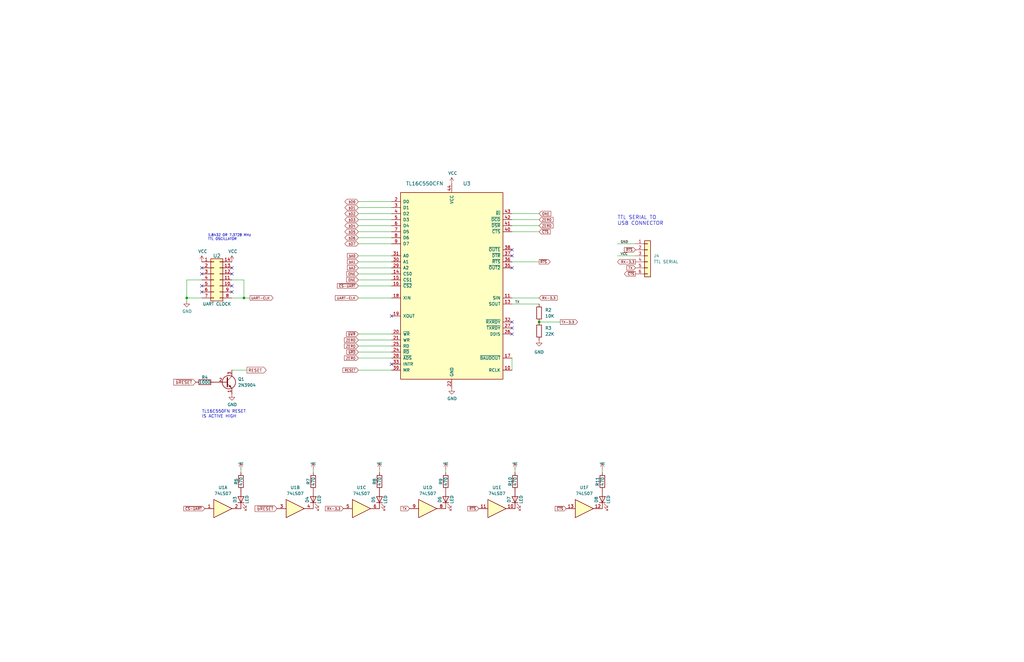
<source format=kicad_sch>
(kicad_sch (version 20211123) (generator eeschema)
  (paper "B")
  (lib_symbols
    (symbol "74xx:74LS07" (pin_names (offset 1.016))
      (property "Reference" "U" (at 0 1.27 0))
      (property "Value" "74LS07" (at 0 -1.27 0))
      (symbol "74LS07_1_0"
        (polyline (pts (xy -3.81 3.81) (xy -3.81 -3.81) (xy 3.81 0) (xy -3.81 3.81)) (stroke (width 0.254)) (fill (type background)))
        (pin input line (at -7.62 0 0) (length 3.81) (name "~") (number "1"))
        (pin open_collector line (at 7.62 0 180) (length 3.81) (name "~") (number "2"))
      )
      (symbol "74LS07_2_0"
        (polyline (pts (xy -3.81 3.81) (xy -3.81 -3.81) (xy 3.81 0) (xy -3.81 3.81)) (stroke (width 0.254)) (fill (type background)))
        (pin input line (at -7.62 0 0) (length 3.81) (name "~") (number "3"))
        (pin open_collector line (at 7.62 0 180) (length 3.81) (name "~") (number "4"))
      )
      (symbol "74LS07_3_0"
        (polyline (pts (xy -3.81 3.81) (xy -3.81 -3.81) (xy 3.81 0) (xy -3.81 3.81)) (stroke (width 0.254)) (fill (type background)))
        (pin input line (at -7.62 0 0) (length 3.81) (name "~") (number "5"))
        (pin open_collector line (at 7.62 0 180) (length 3.81) (name "~") (number "6"))
      )
      (symbol "74LS07_4_0"
        (polyline (pts (xy -3.81 3.81) (xy -3.81 -3.81) (xy 3.81 0) (xy -3.81 3.81)) (stroke (width 0.254)) (fill (type background)))
        (pin open_collector line (at 7.62 0 180) (length 3.81) (name "~") (number "8"))
        (pin input line (at -7.62 0 0) (length 3.81) (name "~") (number "9"))
      )
      (symbol "74LS07_5_0"
        (polyline (pts (xy -3.81 3.81) (xy -3.81 -3.81) (xy 3.81 0) (xy -3.81 3.81)) (stroke (width 0.254)) (fill (type background)))
        (pin open_collector line (at 7.62 0 180) (length 3.81) (name "~") (number "10"))
        (pin input line (at -7.62 0 0) (length 3.81) (name "~") (number "11"))
      )
      (symbol "74LS07_6_0"
        (polyline (pts (xy -3.81 3.81) (xy -3.81 -3.81) (xy 3.81 0) (xy -3.81 3.81)) (stroke (width 0.254)) (fill (type background)))
        (pin open_collector line (at 7.62 0 180) (length 3.81) (name "~") (number "12"))
        (pin input line (at -7.62 0 0) (length 3.81) (name "~") (number "13"))
      )
      (symbol "74LS07_7_0"
        (pin power_in line (at 0 12.7 270) (length 5.08) (name "VCC") (number "14"))
        (pin power_in line (at 0 -12.7 90) (length 5.08) (name "GND") (number "7"))
      )
      (symbol "74LS07_7_1"
        (rectangle (start -5.08 7.62) (end 5.08 -7.62) (stroke (width 0.254)) (fill (type background)))
      )
    )
    (symbol "Connector_Generic:Conn_01x06" (pin_names (offset 1.016) hide)
      (property "Reference" "J" (at 0 7.62 0))
      (property "Value" "Conn_01x06" (at 0 -10.16 0))
      (symbol "Conn_01x06_1_1"
        (rectangle (start -1.27 -7.493) (end 0 -7.747) (stroke (width 0.1524)))
        (rectangle (start -1.27 -4.953) (end 0 -5.207) (stroke (width 0.1524)))
        (rectangle (start -1.27 -2.413) (end 0 -2.667) (stroke (width 0.1524)))
        (rectangle (start -1.27 0.127) (end 0 -0.127) (stroke (width 0.1524)))
        (rectangle (start -1.27 2.667) (end 0 2.413) (stroke (width 0.1524)))
        (rectangle (start -1.27 5.207) (end 0 4.953) (stroke (width 0.1524)))
        (rectangle (start -1.27 6.35) (end 1.27 -8.89) (stroke (width 0.254)) (fill (type background)))
        (pin passive line (at -5.08 5.08 0) (length 3.81) (name "Pin_1") (number "1"))
        (pin passive line (at -5.08 2.54 0) (length 3.81) (name "Pin_2") (number "2"))
        (pin passive line (at -5.08 0 0) (length 3.81) (name "Pin_3") (number "3"))
        (pin passive line (at -5.08 -2.54 0) (length 3.81) (name "Pin_4") (number "4"))
        (pin passive line (at -5.08 -5.08 0) (length 3.81) (name "Pin_5") (number "5"))
        (pin passive line (at -5.08 -7.62 0) (length 3.81) (name "Pin_6") (number "6"))
      )
    )
    (symbol "Connector_Generic:Conn_02x07_Counter_Clockwise" (pin_names (offset 1.016) hide)
      (property "Reference" "J" (at 1.27 10.16 0))
      (property "Value" "Conn_02x07_Counter_Clockwise" (at 1.27 -10.16 0))
      (symbol "Conn_02x07_Counter_Clockwise_1_1"
        (rectangle (start -1.27 -7.493) (end 0 -7.747) (stroke (width 0.1524)))
        (rectangle (start -1.27 -4.953) (end 0 -5.207) (stroke (width 0.1524)))
        (rectangle (start -1.27 -2.413) (end 0 -2.667) (stroke (width 0.1524)))
        (rectangle (start -1.27 0.127) (end 0 -0.127) (stroke (width 0.1524)))
        (rectangle (start -1.27 2.667) (end 0 2.413) (stroke (width 0.1524)))
        (rectangle (start -1.27 5.207) (end 0 4.953) (stroke (width 0.1524)))
        (rectangle (start -1.27 7.747) (end 0 7.493) (stroke (width 0.1524)))
        (rectangle (start -1.27 8.89) (end 3.81 -8.89) (stroke (width 0.254)) (fill (type background)))
        (rectangle (start 3.81 -7.493) (end 2.54 -7.747) (stroke (width 0.1524)))
        (rectangle (start 3.81 -4.953) (end 2.54 -5.207) (stroke (width 0.1524)))
        (rectangle (start 3.81 -2.413) (end 2.54 -2.667) (stroke (width 0.1524)))
        (rectangle (start 3.81 0.127) (end 2.54 -0.127) (stroke (width 0.1524)))
        (rectangle (start 3.81 2.667) (end 2.54 2.413) (stroke (width 0.1524)))
        (rectangle (start 3.81 5.207) (end 2.54 4.953) (stroke (width 0.1524)))
        (rectangle (start 3.81 7.747) (end 2.54 7.493) (stroke (width 0.1524)))
        (pin passive line (at -5.08 7.62 0) (length 3.81) (name "Pin_1") (number "1"))
        (pin passive line (at 7.62 -2.54 180) (length 3.81) (name "Pin_10") (number "10"))
        (pin passive line (at 7.62 0 180) (length 3.81) (name "Pin_11") (number "11"))
        (pin passive line (at 7.62 2.54 180) (length 3.81) (name "Pin_12") (number "12"))
        (pin passive line (at 7.62 5.08 180) (length 3.81) (name "Pin_13") (number "13"))
        (pin passive line (at 7.62 7.62 180) (length 3.81) (name "Pin_14") (number "14"))
        (pin passive line (at -5.08 5.08 0) (length 3.81) (name "Pin_2") (number "2"))
        (pin passive line (at -5.08 2.54 0) (length 3.81) (name "Pin_3") (number "3"))
        (pin passive line (at -5.08 0 0) (length 3.81) (name "Pin_4") (number "4"))
        (pin passive line (at -5.08 -2.54 0) (length 3.81) (name "Pin_5") (number "5"))
        (pin passive line (at -5.08 -5.08 0) (length 3.81) (name "Pin_6") (number "6"))
        (pin passive line (at -5.08 -7.62 0) (length 3.81) (name "Pin_7") (number "7"))
        (pin passive line (at 7.62 -7.62 180) (length 3.81) (name "Pin_8") (number "8"))
        (pin passive line (at 7.62 -5.08 180) (length 3.81) (name "Pin_9") (number "9"))
      )
    )
    (symbol "Device:LED" (pin_numbers hide) (pin_names (offset 1.016) hide)
      (property "Reference" "D" (at 0 2.54 0))
      (property "Value" "LED" (at 0 -2.54 0))
      (symbol "LED_0_1"
        (polyline (pts (xy -1.27 -1.27) (xy -1.27 1.27)) (stroke (width 0.254)))
        (polyline (pts (xy -1.27 0) (xy 1.27 0)))
        (polyline (pts (xy 1.27 -1.27) (xy 1.27 1.27) (xy -1.27 0) (xy 1.27 -1.27)) (stroke (width 0.254)))
        (polyline (pts (xy -3.048 -0.762) (xy -4.572 -2.286) (xy -3.81 -2.286) (xy -4.572 -2.286) (xy -4.572 -1.524)))
        (polyline (pts (xy -1.778 -0.762) (xy -3.302 -2.286) (xy -2.54 -2.286) (xy -3.302 -2.286) (xy -3.302 -1.524)))
      )
      (symbol "LED_1_1"
        (pin passive line (at -3.81 0 0) (length 2.54) (name "K") (number "1"))
        (pin passive line (at 3.81 0 180) (length 2.54) (name "A") (number "2"))
      )
    )
    (symbol "Device:R" (pin_numbers hide) (pin_names (offset 0))
      (property "Reference" "R" (at 2.032 0 90))
      (property "Value" "R" (at 0 0 90))
      (symbol "R_0_1"
        (rectangle (start -1.016 -2.54) (end 1.016 2.54) (stroke (width 0.254)))
      )
      (symbol "R_1_1"
        (pin passive line (at 0 3.81 270) (length 1.27) (name "~") (number "1"))
        (pin passive line (at 0 -3.81 90) (length 1.27) (name "~") (number "2"))
      )
    )
    (symbol "TL16C550CFN:TL16C550CFN-Interface_UART" (pin_names (offset 1.016))
      (property "Reference" "U14" (at 6.35 43.18 0))
      (property "Value" "TL16C550CFN-Interface_UART" (at -11.43 43.18 0))
      (symbol "TL16C550CFN-Interface_UART_1_1"
        (rectangle (start -21.59 -39.37) (end 21.59 39.37) (stroke (width 0.254)) (fill (type background)))
        (pin no_connect line (at -13.97 -44.45 90) (length 5.08) hide (name "nc") (number "1"))
        (pin input line (at 25.4 -35.56 180) (length 3.81) (name "RCLK") (number "10"))
        (pin input line (at 25.4 -5.08 180) (length 3.81) (name "SIN") (number "11"))
        (pin no_connect line (at -11.43 -44.45 90) (length 5.08) hide (name "nc") (number "12"))
        (pin output line (at 25.4 -7.62 180) (length 3.81) (name "SOUT") (number "13"))
        (pin input line (at -25.4 5.08 0) (length 3.81) (name "CS0") (number "14"))
        (pin input line (at -25.4 2.54 0) (length 3.81) (name "CS1") (number "15"))
        (pin input line (at -25.4 0 0) (length 3.81) (name "~{CS2}") (number "16"))
        (pin output line (at 25.4 -30.48 180) (length 3.81) (name "~{BAUDOUT}") (number "17"))
        (pin input line (at -25.4 -5.08 0) (length 3.81) (name "XIN") (number "18"))
        (pin output line (at -25.4 -12.7 0) (length 3.81) (name "XOUT") (number "19"))
        (pin bidirectional line (at -25.4 35.56 0) (length 3.81) (name "D0") (number "2"))
        (pin input line (at -25.4 -20.32 0) (length 3.81) (name "~{WR}") (number "20"))
        (pin input line (at -25.4 -22.86 0) (length 3.81) (name "WR") (number "21"))
        (pin power_in line (at 0 -43.18 90) (length 3.81) (name "GND") (number "22"))
        (pin no_connect line (at -8.89 -44.45 90) (length 5.08) hide (name "nc") (number "23"))
        (pin input line (at -25.4 -27.94 0) (length 3.81) (name "~{RD}") (number "24"))
        (pin input line (at -25.4 -25.4 0) (length 3.81) (name "RD") (number "25"))
        (pin output line (at 25.4 -20.32 180) (length 3.81) (name "DDIS") (number "26"))
        (pin output line (at 25.4 -17.78 180) (length 3.81) (name "~{TXRDY}") (number "27"))
        (pin input line (at -25.4 -30.48 0) (length 3.81) (name "~{ADS}") (number "28"))
        (pin input line (at -25.4 7.62 0) (length 3.81) (name "A2") (number "29"))
        (pin bidirectional line (at -25.4 33.02 0) (length 3.81) (name "D1") (number "3"))
        (pin input line (at -25.4 10.16 0) (length 3.81) (name "A1") (number "30"))
        (pin input line (at -25.4 12.7 0) (length 3.81) (name "A0") (number "31"))
        (pin output line (at 25.4 -15.24 180) (length 3.81) (name "~{RXRDY}") (number "32"))
        (pin output line (at -25.4 -33.02 0) (length 3.81) (name "INTR") (number "33"))
        (pin no_connect line (at -6.35 -44.45 90) (length 5.08) hide (name "nc") (number "34"))
        (pin output line (at 25.4 7.62 180) (length 3.81) (name "~{OUT2}") (number "35"))
        (pin output line (at 25.4 10.16 180) (length 3.81) (name "~{RTS}") (number "36"))
        (pin output line (at 25.4 12.7 180) (length 3.81) (name "~{DTR}") (number "37"))
        (pin output line (at 25.4 15.24 180) (length 3.81) (name "~{OUT1}") (number "38"))
        (pin input line (at -25.4 -35.56 0) (length 3.81) (name "MR") (number "39"))
        (pin bidirectional line (at -25.4 30.48 0) (length 3.81) (name "D2") (number "4"))
        (pin input line (at 25.4 22.86 180) (length 3.81) (name "~{CTS}") (number "40"))
        (pin input line (at 25.4 25.4 180) (length 3.81) (name "~{DSR}") (number "41"))
        (pin input line (at 25.4 27.94 180) (length 3.81) (name "~{DCD}") (number "42"))
        (pin input line (at 25.4 30.48 180) (length 3.81) (name "~{RI}") (number "43"))
        (pin power_in line (at 0 43.18 270) (length 3.81) (name "VCC") (number "44"))
        (pin bidirectional line (at -25.4 27.94 0) (length 3.81) (name "D3") (number "5"))
        (pin bidirectional line (at -25.4 25.4 0) (length 3.81) (name "D4") (number "6"))
        (pin bidirectional line (at -25.4 22.86 0) (length 3.81) (name "D5") (number "7"))
        (pin bidirectional line (at -25.4 20.32 0) (length 3.81) (name "D6") (number "8"))
        (pin bidirectional line (at -25.4 17.78 0) (length 3.81) (name "D7") (number "9"))
      )
    )
    (symbol "Transistor_BJT:2N3904" (pin_names (offset 0) hide)
      (property "Reference" "Q" (at 5.08 1.905 0))
      (property "Value" "2N3904" (at 5.08 0 0))
      (symbol "2N3904_0_1"
        (polyline (pts (xy 0.635 0.635) (xy 2.54 2.54)))
        (polyline (pts (xy 0.635 -0.635) (xy 2.54 -2.54) (xy 2.54 -2.54)))
        (polyline (pts (xy 0.635 1.905) (xy 0.635 -1.905) (xy 0.635 -1.905)) (stroke (width 0.508)))
        (polyline (pts (xy 1.27 -1.778) (xy 1.778 -1.27) (xy 2.286 -2.286) (xy 1.27 -1.778) (xy 1.27 -1.778)) (fill (type outline)))
        (circle (center 1.27 0) (radius 2.8194) (stroke (width 0.254)))
      )
      (symbol "2N3904_1_1"
        (pin passive line (at 2.54 -5.08 90) (length 2.54) (name "E") (number "1"))
        (pin passive line (at -5.08 0 0) (length 5.715) (name "B") (number "2"))
        (pin passive line (at 2.54 5.08 270) (length 2.54) (name "C") (number "3"))
      )
    )
    (symbol "power:GND" (power) (pin_names (offset 0))
      (property "Value" "GND" (at 0 -3.81 0))
      (symbol "GND_0_1"
        (polyline (pts (xy 0 0) (xy 0 -1.27) (xy 1.27 -1.27) (xy 0 -2.54) (xy -1.27 -1.27) (xy 0 -1.27)))
      )
      (symbol "GND_1_1"
        (pin power_in line (at 0 0 270) (length 0) hide (name "GND") (number "1"))
      )
    )
    (symbol "power:VCC" (power) (pin_names (offset 0))
      (property "Value" "VCC" (at 0 3.81 0))
      (symbol "VCC_0_1"
        (polyline (pts (xy -0.762 1.27) (xy 0 2.54)))
        (polyline (pts (xy 0 0) (xy 0 2.54)))
        (polyline (pts (xy 0 2.54) (xy 0.762 1.27)))
      )
      (symbol "VCC_1_1"
        (pin power_in line (at 0 0 90) (length 0) hide (name "VCC") (number "1"))
      )
    )
  )
  (junction (at 227.33 135.89))
  (junction (at 78.74 125.73))
  (junction (at 102.87 125.73))
  (no_connect (at 97.79 115.57))
  (no_connect (at 165.1 153.67))
  (no_connect (at 85.09 120.65))
  (no_connect (at 215.9 107.95))
  (no_connect (at 215.9 105.41))
  (no_connect (at 97.79 123.19))
  (no_connect (at 165.1 133.35))
  (no_connect (at 85.09 123.19))
  (no_connect (at 215.9 113.03))
  (no_connect (at 215.9 140.97))
  (no_connect (at 85.09 115.57))
  (no_connect (at 97.79 120.65))
  (no_connect (at 97.79 113.03))
  (no_connect (at 215.9 138.43))
  (no_connect (at 85.09 113.03))
  (no_connect (at 215.9 135.89))
  (wire (pts (xy 165.1 151.13) (xy 151.13 151.13)))
  (wire (pts (xy 78.74 118.11) (xy 78.74 125.73)))
  (wire (pts (xy 151.13 87.63) (xy 165.1 87.63)))
  (wire (pts (xy 85.09 118.11) (xy 78.74 118.11)))
  (wire (pts (xy 227.33 97.79) (xy 215.9 97.79)))
  (wire (pts (xy 187.96 199.39) (xy 187.96 198.12)))
  (wire (pts (xy 215.9 95.25) (xy 227.33 95.25)))
  (wire (pts (xy 227.33 128.27) (xy 215.9 128.27)))
  (wire (pts (xy 78.74 127) (xy 78.74 125.73)))
  (wire (pts (xy 260.35 107.95) (xy 267.97 107.95)))
  (wire (pts (xy 151.13 100.33) (xy 165.1 100.33)))
  (wire (pts (xy 254 199.39) (xy 254 198.12)))
  (wire (pts (xy 97.79 156.21) (xy 104.14 156.21)))
  (wire (pts (xy 165.1 146.05) (xy 151.13 146.05)))
  (wire (pts (xy 102.87 125.73) (xy 105.41 125.73)))
  (wire (pts (xy 227.33 135.89) (xy 236.22 135.89)))
  (wire (pts (xy 160.02 199.39) (xy 160.02 198.12)))
  (wire (pts (xy 78.74 125.73) (xy 85.09 125.73)))
  (wire (pts (xy 165.1 120.65) (xy 151.13 120.65)))
  (wire (pts (xy 165.1 113.03) (xy 151.13 113.03)))
  (wire (pts (xy 102.87 118.11) (xy 102.87 125.73)))
  (wire (pts (xy 165.1 156.21) (xy 151.13 156.21)))
  (wire (pts (xy 151.13 92.71) (xy 165.1 92.71)))
  (wire (pts (xy 165.1 143.51) (xy 151.13 143.51)))
  (wire (pts (xy 165.1 115.57) (xy 151.13 115.57)))
  (wire (pts (xy 132.08 199.39) (xy 132.08 198.12)))
  (wire (pts (xy 151.13 90.17) (xy 165.1 90.17)))
  (wire (pts (xy 165.1 140.97) (xy 151.13 140.97)))
  (wire (pts (xy 215.9 90.17) (xy 227.33 90.17)))
  (wire (pts (xy 227.33 110.49) (xy 215.9 110.49)))
  (wire (pts (xy 151.13 85.09) (xy 165.1 85.09)))
  (wire (pts (xy 102.87 125.73) (xy 97.79 125.73)))
  (wire (pts (xy 165.1 118.11) (xy 151.13 118.11)))
  (wire (pts (xy 97.79 118.11) (xy 102.87 118.11)))
  (wire (pts (xy 215.9 92.71) (xy 227.33 92.71)))
  (wire (pts (xy 101.6 199.39) (xy 101.6 198.12)))
  (wire (pts (xy 260.35 102.87) (xy 267.97 102.87)))
  (wire (pts (xy 165.1 110.49) (xy 151.13 110.49)))
  (wire (pts (xy 151.13 95.25) (xy 165.1 95.25)))
  (wire (pts (xy 217.17 199.39) (xy 217.17 198.12)))
  (wire (pts (xy 165.1 148.59) (xy 151.13 148.59)))
  (wire (pts (xy 165.1 125.73) (xy 151.13 125.73)))
  (wire (pts (xy 151.13 102.87) (xy 165.1 102.87)))
  (wire (pts (xy 151.13 97.79) (xy 165.1 97.79)))
  (wire (pts (xy 227.33 125.73) (xy 215.9 125.73)))
  (wire (pts (xy 215.9 156.21) (xy 215.9 151.13)))
  (wire (pts (xy 165.1 107.95) (xy 151.13 107.95)))
  (text "TTL SERIAL TO \nUSB CONNECTOR" (at 260.35 95.25 0) (effects (font (size 1.524 1.524)) (justify left bottom)))
  (text "1.8432 OR 7.3728 MHz\nTTL OSCILLATOR" (at 87.63 101.6 0) (effects (font (size 1.016 1.016)) (justify left bottom)))
  (text "TL16C550FN RESET\nIS ACTIVE HIGH" (at 85.09 176.53 0) (effects (font (size 1.27 1.27)) (justify left bottom)))
  (label "VCC" (at 261.62 107.95 0) (effects (font (size 1.016 1.016))))
  (label "GND" (at 261.62 102.87 0) (effects (font (size 1.016 1.016))))
  (label "TX" (at 217.17 128.27 0) (effects (font (size 1.016 1.016))))
  (global_label "bA0" (shape input) (at 151.13 107.95 180) (effects (font (size 1.016 1.016))) (property "Intersheet References" "${INTERSHEET_REFS}" (effects hide)))
  (global_label "bD1" (shape bidirectional) (at 151.13 87.63 180) (effects (font (size 1.016 1.016))) (property "Intersheet References" "${INTERSHEET_REFS}" (effects hide)))
  (global_label "~{CTS}" (shape input) (at 227.33 97.79 0) (effects (font (size 1.016 1.016))) (property "Intersheet References" "${INTERSHEET_REFS}" (effects hide)))
  (global_label "TX" (shape input) (at 172.72 214.63 180) (effects (font (size 1.016 1.016))) (property "Intersheet References" "${INTERSHEET_REFS}" (effects hide)))
  (global_label "bD6" (shape bidirectional) (at 151.13 100.33 180) (effects (font (size 1.016 1.016))) (property "Intersheet References" "${INTERSHEET_REFS}" (effects hide)))
  (global_label "ZERO" (shape input) (at 151.13 151.13 180) (effects (font (size 1.016 1.016))) (property "Intersheet References" "${INTERSHEET_REFS}" (effects hide)))
  (global_label "ONE" (shape input) (at 151.13 115.57 180) (effects (font (size 1.016 1.016))) (property "Intersheet References" "${INTERSHEET_REFS}" (effects hide)))
  (global_label "~{CTS}" (shape output) (at 267.97 115.57 180) (effects (font (size 1.016 1.016))) (property "Intersheet References" "${INTERSHEET_REFS}" (effects hide)))
  (global_label "ZERO" (shape input) (at 227.33 92.71 0) (effects (font (size 1.016 1.016))) (property "Intersheet References" "${INTERSHEET_REFS}" (effects hide)))
  (global_label "RX-3.3" (shape input) (at 144.78 214.63 180) (effects (font (size 1.016 1.016))) (property "Intersheet References" "${INTERSHEET_REFS}" (effects hide)))
  (global_label "bD3" (shape bidirectional) (at 151.13 92.71 180) (effects (font (size 1.016 1.016))) (property "Intersheet References" "${INTERSHEET_REFS}" (effects hide)))
  (global_label "ZERO" (shape input) (at 151.13 146.05 180) (effects (font (size 1.016 1.016))) (property "Intersheet References" "${INTERSHEET_REFS}" (effects hide)))
  (global_label "~{CS-UART}" (shape input) (at 86.36 214.63 180) (effects (font (size 1.016 1.016))) (property "Intersheet References" "${INTERSHEET_REFS}" (effects hide)))
  (global_label "ZERO" (shape input) (at 151.13 143.51 180) (effects (font (size 1.016 1.016))) (property "Intersheet References" "${INTERSHEET_REFS}" (effects hide)))
  (global_label "bA2" (shape input) (at 151.13 113.03 180) (effects (font (size 1.016 1.016))) (property "Intersheet References" "${INTERSHEET_REFS}" (effects hide)))
  (global_label "~{RTS}" (shape input) (at 267.97 105.41 180) (effects (font (size 1.016 1.016))) (property "Intersheet References" "${INTERSHEET_REFS}" (effects hide)))
  (global_label "ONE" (shape input) (at 151.13 118.11 180) (effects (font (size 1.016 1.016))) (property "Intersheet References" "${INTERSHEET_REFS}" (effects hide)))
  (global_label "bA1" (shape input) (at 151.13 110.49 180) (effects (font (size 1.016 1.016))) (property "Intersheet References" "${INTERSHEET_REFS}" (effects hide)))
  (global_label "TX" (shape input) (at 267.97 113.03 180) (effects (font (size 1.016 1.016))) (property "Intersheet References" "${INTERSHEET_REFS}" (effects hide)))
  (global_label "RESET" (shape input) (at 151.13 156.21 180) (effects (font (size 1.016 1.016))) (property "Intersheet References" "${INTERSHEET_REFS}" (effects hide)))
  (global_label "UART-CLK" (shape input) (at 151.13 125.73 180) (effects (font (size 1.016 1.016))) (property "Intersheet References" "${INTERSHEET_REFS}" (effects hide)))
  (global_label "bD2" (shape bidirectional) (at 151.13 90.17 180) (effects (font (size 1.016 1.016))) (property "Intersheet References" "${INTERSHEET_REFS}" (effects hide)))
  (global_label "ONE" (shape input) (at 227.33 90.17 0) (effects (font (size 1.016 1.016))) (property "Intersheet References" "${INTERSHEET_REFS}" (effects hide)))
  (global_label "bD7" (shape bidirectional) (at 151.13 102.87 180) (effects (font (size 1.016 1.016))) (property "Intersheet References" "${INTERSHEET_REFS}" (effects hide)))
  (global_label "bD0" (shape bidirectional) (at 151.13 85.09 180) (effects (font (size 1.016 1.016))) (property "Intersheet References" "${INTERSHEET_REFS}" (effects hide)))
  (global_label "~{bWR}" (shape input) (at 151.13 140.97 180) (effects (font (size 1.016 1.016))) (property "Intersheet References" "${INTERSHEET_REFS}" (effects hide)))
  (global_label "TX-3.3" (shape output) (at 236.22 135.89 0) (effects (font (size 1.016 1.016))) (property "Intersheet References" "${INTERSHEET_REFS}" (effects hide)))
  (global_label "~{bRD}" (shape input) (at 151.13 148.59 180) (effects (font (size 1.016 1.016))) (property "Intersheet References" "${INTERSHEET_REFS}" (effects hide)))
  (global_label "RX-3.3" (shape output) (at 267.97 110.49 180) (effects (font (size 1.016 1.016))) (property "Intersheet References" "${INTERSHEET_REFS}" (effects hide)))
  (global_label "UART-CLK" (shape output) (at 105.41 125.73 0) (effects (font (size 1.016 1.016))) (property "Intersheet References" "${INTERSHEET_REFS}" (effects hide)))
  (global_label "~{CS-UART}" (shape input) (at 151.13 120.65 180) (effects (font (size 1.016 1.016))) (property "Intersheet References" "${INTERSHEET_REFS}" (effects hide)))
  (global_label "~{bRESET}" (shape input) (at 82.55 161.29 180) (property "Intersheet References" "${INTERSHEET_REFS}" (effects hide)))
  (global_label "ZERO" (shape input) (at 227.33 95.25 0) (effects (font (size 1.016 1.016))) (property "Intersheet References" "${INTERSHEET_REFS}" (effects hide)))
  (global_label "bD5" (shape bidirectional) (at 151.13 97.79 180) (effects (font (size 1.016 1.016))) (property "Intersheet References" "${INTERSHEET_REFS}" (effects hide)))
  (global_label "~{RTS}" (shape output) (at 227.33 110.49 0) (effects (font (size 1.016 1.016))) (property "Intersheet References" "${INTERSHEET_REFS}" (effects hide)))
  (global_label "~{CTS}" (shape input) (at 238.76 214.63 180) (effects (font (size 1.016 1.016))) (property "Intersheet References" "${INTERSHEET_REFS}" (effects hide)))
  (global_label "RESET" (shape output) (at 104.14 156.21 0) (property "Intersheet References" "${INTERSHEET_REFS}" (effects hide)))
  (global_label "RX-3.3" (shape input) (at 227.33 125.73 0) (effects (font (size 1.016 1.016))) (property "Intersheet References" "${INTERSHEET_REFS}" (effects hide)))
  (global_label "~{RTS}" (shape input) (at 201.93 214.63 180) (effects (font (size 1.016 1.016))) (property "Intersheet References" "${INTERSHEET_REFS}" (effects hide)))
  (global_label "~{bRESET}" (shape input) (at 116.84 214.63 180) (property "Intersheet References" "${INTERSHEET_REFS}" (effects hide)))
  (global_label "bD4" (shape bidirectional) (at 151.13 95.25 180) (effects (font (size 1.016 1.016))) (property "Intersheet References" "${INTERSHEET_REFS}" (effects hide)))
  (symbol (lib_id "TL16C550CFN:TL16C550CFN-Interface_UART") (at 190.5 120.65 0) (unit 1)
    (property "Reference" "U3" (at 196.85 77.47 0) (effects (font (size 1.524 1.524))))
    (property "Value" "TL16C550CFN" (at 179.07 77.47 0) (effects (font (size 1.524 1.524))))
    (property "Footprint" "Package_LCC:PLCC-44_THT-Socket" (effects hide))
  )
  (symbol (lib_id "Connector_Generic:Conn_02x07_Counter_Clockwise") (at 90.17 118.11 0) (unit 1)
    (property "Reference" "U2" (at 91.44 107.95 0) (effects (font (size 1.524 1.524))))
    (property "Value" "UART CLOCK" (at 91.44 128.27 0))
    (property "Footprint" "Package_DIP:DIP-14_W7.62mm_Socket" (effects hide))
  )
  (symbol (lib_id "power:GND") (at 78.74 127 0) (unit 1)
    (property "Reference" "#PWR0103" (effects hide))
    (property "Value" "GND" (at 78.867 131.3942 0))
  )
  (symbol (lib_id "power:VCC") (at 85.09 110.49 0) (unit 1)
    (property "Reference" "#PWR0101" (effects hide))
    (property "Value" "VCC" (at 85.471 106.0958 0))
  )
  (symbol (lib_id "power:VCC") (at 97.79 110.49 0) (unit 1)
    (property "Reference" "#PWR0102" (effects hide))
    (property "Value" "VCC" (at 98.171 106.0958 0))
  )
  (symbol (lib_id "power:VCC") (at 190.5 77.47 0) (unit 1)
    (property "Reference" "#PWR012" (effects hide))
    (property "Value" "VCC" (at 190.881 73.0758 0))
  )
  (symbol (lib_id "power:GND") (at 190.5 163.83 0) (unit 1)
    (property "Reference" "#PWR015" (effects hide))
    (property "Value" "GND" (at 190.627 168.2242 0))
  )
  (symbol (lib_id "Device:R") (at 160.02 203.2 180) (unit 1)
    (property "Reference" "R8" (at 157.988 203.2 90))
    (property "Value" "470" (at 160.02 203.2 90))
    (property "Footprint" "Resistor_THT:R_Axial_DIN0207_L6.3mm_D2.5mm_P7.62mm_Horizontal" (effects hide))
  )
  (symbol (lib_id "74xx:74LS07") (at 124.46 214.63 0) (unit 2)
    (property "Reference" "U1" (at 124.46 205.74 0))
    (property "Value" "74LS07" (at 124.46 208.28 0))
    (property "Footprint" "Package_DIP:DIP-14_W7.62mm_Socket" (effects hide))
    (property "Datasheet" "www.ti.com/lit/ds/symlink/sn74ls07.pdf" (effects hide))
  )
  (symbol (lib_id "Device:R") (at 86.36 161.29 90) (unit 1)
    (property "Reference" "R4" (at 86.36 159.258 90))
    (property "Value" "1000" (at 86.36 161.29 90))
    (property "Footprint" "Resistor_THT:R_Axial_DIN0207_L6.3mm_D2.5mm_P7.62mm_Horizontal" (effects hide))
  )
  (symbol (lib_id "power:VCC") (at 254 198.12 0) (unit 1)
    (property "Reference" "#PWR018" (effects hide))
    (property "Value" "VCC" (at 254 195.58 0) (effects (font (size 0.762 0.762))))
  )
  (symbol (lib_id "Device:R") (at 217.17 203.2 180) (unit 1)
    (property "Reference" "R10" (at 215.138 203.2 90))
    (property "Value" "470" (at 217.17 203.2 90))
    (property "Footprint" "Resistor_THT:R_Axial_DIN0207_L6.3mm_D2.5mm_P7.62mm_Horizontal" (effects hide))
  )
  (symbol (lib_id "power:VCC") (at 217.17 198.12 0) (unit 1)
    (property "Reference" "#PWR017" (effects hide))
    (property "Value" "VCC" (at 217.17 195.58 0) (effects (font (size 0.762 0.762))))
  )
  (symbol (lib_id "74xx:74LS07") (at 93.98 214.63 0) (unit 1)
    (property "Reference" "U1" (at 93.98 205.74 0))
    (property "Value" "74LS07" (at 93.98 208.28 0))
    (property "Footprint" "Package_DIP:DIP-14_W7.62mm_Socket" (effects hide))
    (property "Datasheet" "www.ti.com/lit/ds/symlink/sn74ls07.pdf" (effects hide))
  )
  (symbol (lib_id "Device:R") (at 187.96 203.2 180) (unit 1)
    (property "Reference" "R9" (at 185.928 203.2 90))
    (property "Value" "470" (at 187.96 203.2 90))
    (property "Footprint" "Resistor_THT:R_Axial_DIN0207_L6.3mm_D2.5mm_P7.62mm_Horizontal" (effects hide))
  )
  (symbol (lib_id "Device:LED") (at 101.6 210.82 90) (unit 1)
    (property "Reference" "D3" (at 99.06 210.82 0))
    (property "Value" "LED" (at 104.14 210.82 0))
    (property "Footprint" "LED_THT:LED_D3.0mm" (effects hide))
  )
  (symbol (lib_id "74xx:74LS07") (at 246.38 214.63 0) (unit 6)
    (property "Reference" "U1" (at 246.38 205.74 0))
    (property "Value" "74LS07" (at 246.38 208.28 0))
    (property "Footprint" "Package_DIP:DIP-14_W7.62mm_Socket" (effects hide))
    (property "Datasheet" "www.ti.com/lit/ds/symlink/sn74ls07.pdf" (effects hide))
  )
  (symbol (lib_id "Device:R") (at 132.08 203.2 180) (unit 1)
    (property "Reference" "R7" (at 130.048 203.2 90))
    (property "Value" "470" (at 132.08 203.2 90))
    (property "Footprint" "Resistor_THT:R_Axial_DIN0207_L6.3mm_D2.5mm_P7.62mm_Horizontal" (effects hide))
  )
  (symbol (lib_id "Device:R") (at 227.33 132.08 0) (unit 1)
    (property "Reference" "R2" (at 229.87 130.8099 0) (effects (justify left)))
    (property "Value" "10K" (at 229.87 133.3499 0) (effects (justify left)))
    (property "Footprint" "Resistor_THT:R_Axial_DIN0207_L6.3mm_D2.5mm_P7.62mm_Horizontal" (effects hide))
  )
  (symbol (lib_id "Device:LED") (at 187.96 210.82 90) (unit 1)
    (property "Reference" "D6" (at 185.42 210.82 0))
    (property "Value" "LED" (at 190.5 210.82 0))
    (property "Footprint" "LED_THT:LED_D3.0mm" (effects hide))
  )
  (symbol (lib_id "power:VCC") (at 160.02 198.12 0) (unit 1)
    (property "Reference" "#PWR011" (effects hide))
    (property "Value" "VCC" (at 160.02 195.58 0) (effects (font (size 0.762 0.762))))
  )
  (symbol (lib_id "power:VCC") (at 101.6 198.12 0) (unit 1)
    (property "Reference" "#PWR09" (effects hide))
    (property "Value" "VCC" (at 101.6 195.58 0) (effects (font (size 0.762 0.762))))
  )
  (symbol (lib_id "Device:R") (at 227.33 139.7 0) (unit 1)
    (property "Reference" "R3" (at 229.87 138.4299 0) (effects (justify left)))
    (property "Value" "22K" (at 229.87 140.9699 0) (effects (justify left)))
    (property "Footprint" "Resistor_THT:R_Axial_DIN0207_L6.3mm_D2.5mm_P7.62mm_Horizontal" (effects hide))
  )
  (symbol (lib_id "Transistor_BJT:2N3904") (at 95.25 161.29 0) (unit 1)
    (property "Reference" "Q1" (at 100.33 160.0199 0) (effects (justify left)))
    (property "Value" "2N3904" (at 100.33 162.5599 0) (effects (justify left)))
    (property "Footprint" "Package_TO_SOT_THT:TO-92_HandSolder" (effects hide))
    (property "Datasheet" "https://www.onsemi.com/pub/Collateral/2N3903-D.PDF" (effects hide))
  )
  (symbol (lib_id "Device:LED") (at 160.02 210.82 90) (unit 1)
    (property "Reference" "D5" (at 157.48 210.82 0))
    (property "Value" "LED" (at 162.56 210.82 0))
    (property "Footprint" "LED_THT:LED_D3.0mm" (effects hide))
  )
  (symbol (lib_id "74xx:74LS07") (at 209.55 214.63 0) (unit 5)
    (property "Reference" "U1" (at 209.55 205.74 0))
    (property "Value" "74LS07" (at 209.55 208.28 0))
    (property "Footprint" "Package_DIP:DIP-14_W7.62mm_Socket" (effects hide))
    (property "Datasheet" "www.ti.com/lit/ds/symlink/sn74ls07.pdf" (effects hide))
  )
  (symbol (lib_id "power:GND") (at 97.79 166.37 0) (unit 1)
    (property "Reference" "#PWR016" (effects hide))
    (property "Value" "GND" (at 97.917 170.7642 0))
  )
  (symbol (lib_id "power:VCC") (at 187.96 198.12 0) (unit 1)
    (property "Reference" "#PWR014" (effects hide))
    (property "Value" "VCC" (at 187.96 195.58 0) (effects (font (size 0.762 0.762))))
  )
  (symbol (lib_id "power:VCC") (at 132.08 198.12 0) (unit 1)
    (property "Reference" "#PWR010" (effects hide))
    (property "Value" "VCC" (at 132.08 195.58 0) (effects (font (size 0.762 0.762))))
  )
  (symbol (lib_id "74xx:74LS07") (at 152.4 214.63 0) (unit 3)
    (property "Reference" "U1" (at 152.4 205.74 0))
    (property "Value" "74LS07" (at 152.4 208.28 0))
    (property "Footprint" "Package_DIP:DIP-14_W7.62mm_Socket" (effects hide))
    (property "Datasheet" "www.ti.com/lit/ds/symlink/sn74ls07.pdf" (effects hide))
  )
  (symbol (lib_id "Device:LED") (at 132.08 210.82 90) (unit 1)
    (property "Reference" "D4" (at 129.54 210.82 0))
    (property "Value" "LED" (at 134.62 210.82 0))
    (property "Footprint" "LED_THT:LED_D3.0mm" (effects hide))
  )
  (symbol (lib_id "Device:R") (at 101.6 203.2 180) (unit 1)
    (property "Reference" "R6" (at 99.568 203.2 90))
    (property "Value" "470" (at 101.6 203.2 90))
    (property "Footprint" "Resistor_THT:R_Axial_DIN0207_L6.3mm_D2.5mm_P7.62mm_Horizontal" (effects hide))
  )
  (symbol (lib_id "Device:R") (at 254 203.2 180) (unit 1)
    (property "Reference" "R11" (at 251.968 203.2 90))
    (property "Value" "470" (at 254 203.2 90))
    (property "Footprint" "Resistor_THT:R_Axial_DIN0207_L6.3mm_D2.5mm_P7.62mm_Horizontal" (effects hide))
  )
  (symbol (lib_id "74xx:74LS07") (at 180.34 214.63 0) (unit 4)
    (property "Reference" "U1" (at 180.34 205.74 0))
    (property "Value" "74LS07" (at 180.34 208.28 0))
    (property "Footprint" "Package_DIP:DIP-14_W7.62mm_Socket" (effects hide))
    (property "Datasheet" "www.ti.com/lit/ds/symlink/sn74ls07.pdf" (effects hide))
  )
  (symbol (lib_id "power:GND") (at 227.33 143.51 0) (unit 1)
    (property "Reference" "#PWR013" (effects hide))
    (property "Value" "GND" (at 227.33 148.59 0))
  )
  (symbol (lib_id "Device:LED") (at 217.17 210.82 90) (unit 1)
    (property "Reference" "D7" (at 214.63 210.82 0))
    (property "Value" "LED" (at 219.71 210.82 0))
    (property "Footprint" "LED_THT:LED_D3.0mm" (effects hide))
  )
  (symbol (lib_id "Connector_Generic:Conn_01x06") (at 273.05 107.95 0) (unit 1)
    (property "Reference" "J4" (at 275.59 107.9499 0) (effects (justify left)))
    (property "Value" "TTL SERIAL" (at 275.59 110.4899 0) (effects (justify left)))
    (property "Footprint" "Connector_PinHeader_2.54mm:PinHeader_1x06_P2.54mm_Horizontal" (effects hide))
  )
  (symbol (lib_id "Device:LED") (at 254 210.82 90) (unit 1)
    (property "Reference" "D8" (at 251.46 210.82 0))
    (property "Value" "LED" (at 256.54 210.82 0))
    (property "Footprint" "LED_THT:LED_D3.0mm" (effects hide))
  )
)
</source>
